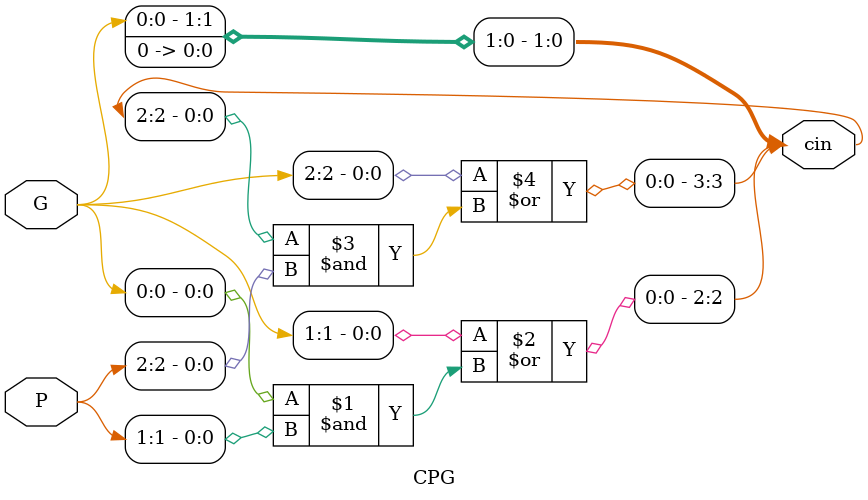
<source format=v>
`timescale 1ns / 1ps


module CPG(
    output [3:0] cin,
    input [3:0] G, P
    );
    
    assign cin[0] = 0;
    assign cin[1] = G[0];
    assign cin[2] = G[1] | (cin[1] & P[1]);
    assign cin[3] = G[2] | (cin[2] & P[2]);
    
endmodule

</source>
